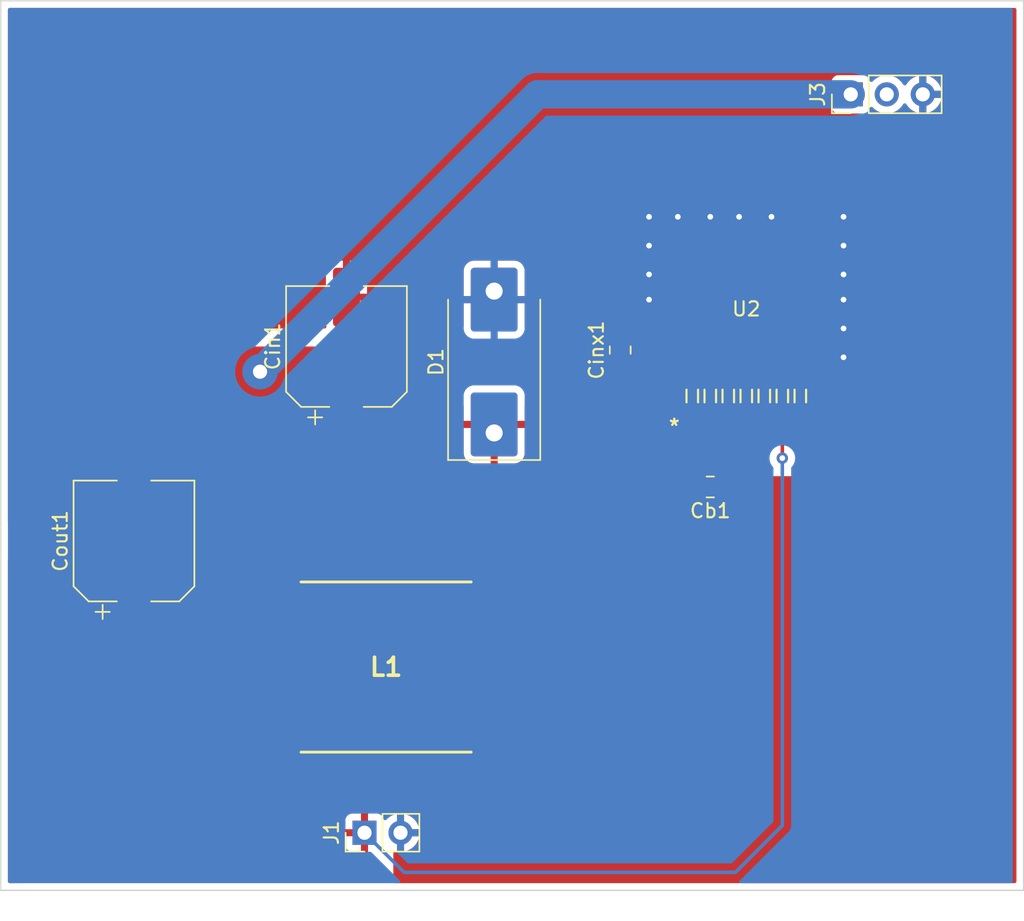
<source format=kicad_pcb>
(kicad_pcb (version 20221018) (generator pcbnew)
  (layers (0 "F.Cu" signal) (31 "B.Cu" signal) (34 "B.Paste" user) (35 "F.Paste" user) (36 "B.SilkS" user "B.Silkscreen") (37 "F.SilkS" user "F.Silkscreen") (38 "B.Mask" user) (39 "F.Mask" user) (44 "Edge.Cuts" user))
  (net 0 "")
  (net 3 "Net-(D1-K)")
  (net 4 "GND")
  (net 5 "Net-(U2-CB)")
  (net 6 "Net-(J1-Pin_1)")
  (net 7 "/Vin")
  (footprint "Diode_SMD:D_SMC-RM10_Universal_Handsoldering" (layer "F.Cu") (at 140.97 100.41 90)
    (fp_text reference "D1" (at 0 -4.1 90) (layer "F.SilkS"))
    (fp_text value "550mV 5A")
    (fp_line (start -6.91 -3.25) (end 4.4 -3.25) (stroke (width 0.12)) (layer "F.SilkS"))
    (fp_line (start -6.91 3.25) (end -6.91 -3.25) (stroke (width 0.12)) (layer "F.SilkS"))
    (fp_line (start -6.91 3.25) (end 4.4 3.25) (stroke (width 0.12)) (layer "F.SilkS"))
    (pad "1" thru_hole roundrect (at -5 0 90) (size 4.5 3.3) (drill 1.2 (offset 0.6 0)) (layers "*.Cu" "*.Mask") (roundrect_rratio 0.0757575758) (net 3 "Net-(D1-K)"))
    (pad "2" thru_hole roundrect (at 5 0 270) (size 4.5 3.3) (drill 1.2 (offset 0.6 0)) (layers "*.Cu" "*.Mask") (roundrect_rratio 0.0757575758) (net 4 "GND"))
  )
  (footprint "Connector_PinHeader_2.54mm:PinHeader_1x03_P2.54mm_Vertical" (layer "F.Cu") (at 166.116 81.534 90)
    (fp_text reference "J3" (at 0 -2.33 90) (layer "F.SilkS"))
    (fp_text value "Conn_01x03_Pin")
    (fp_line (start -1.33 -1.33) (end 0 -1.33) (stroke (width 0.12)) (layer "F.SilkS"))
    (fp_line (start -1.33 0) (end -1.33 -1.33) (stroke (width 0.12)) (layer "F.SilkS"))
    (fp_line (start -1.33 1.27) (end -1.33 6.41) (stroke (width 0.12)) (layer "F.SilkS"))
    (fp_line (start -1.33 1.27) (end 1.33 1.27) (stroke (width 0.12)) (layer "F.SilkS"))
    (fp_line (start -1.33 6.41) (end 1.33 6.41) (stroke (width 0.12)) (layer "F.SilkS"))
    (fp_line (start 1.33 1.27) (end 1.33 6.41) (stroke (width 0.12)) (layer "F.SilkS"))
    (pad "1" thru_hole rect (at 0 0 90) (size 1.7 1.7) (drill 1) (layers "*.Cu" "*.Mask") (net 7 "/Vin"))
    (pad "2" thru_hole oval (at 0 2.54 90) (size 1.7 1.7) (drill 1) (layers "*.Cu" "*.Mask"))
    (pad "3" thru_hole oval (at 0 5.08 90) (size 1.7 1.7) (drill 1) (layers "*.Cu" "*.Mask") (net 4 "GND"))
  )
  (footprint "LIB_MSS1210-103MEB:INDPM120120X1020N" (layer "F.Cu") (at 133.35 121.92 180)
    (fp_text reference "L1" (at 0 0) (layer "F.SilkS") (effects (font (size 1.27 1.27) (thickness 0.254))))
    (fp_text value "10uH" hide)
    (fp_line (start -6 6) (end 6 6) (stroke (width 0.2)) (layer "F.SilkS"))
    (fp_line (start 6 -6) (end -6 -6) (stroke (width 0.2)) (layer "F.SilkS"))
    (pad "1" smd rect (at -4.85 0 180) (size 3.65 5.1) (layers "F.Cu" "F.Paste" "F.Mask") (net 3 "Net-(D1-K)"))
    (pad "2" smd rect (at 4.85 0 180) (size 3.65 5.1) (layers "F.Cu" "F.Paste" "F.Mask") (net 6 "Net-(J1-Pin_1)"))
  )
  (footprint "LM2678-TO263:TS7B" (layer "F.Cu") (at 158.75 96.6724)
    (fp_text reference "U2" (at 0 0 unlocked) (layer "F.SilkS"))
    (fp_text value "LM2678S-12")
    (fp_text user "*" (at -5.08 8.2804 unlocked) (layer "F.SilkS"))
    (fp_text user "*" (at -5.08 8.2804) (layer "F.SilkS"))
    (fp_line (start -4.2164 5.6896) (end -4.2164 6.5786) (stroke (width 0.1524)) (layer "F.SilkS"))
    (fp_line (start -3.4036 5.6896) (end -3.4036 6.5786) (stroke (width 0.1524)) (layer "F.SilkS"))
    (fp_line (start -2.9464 5.6896) (end -2.9464 6.5786) (stroke (width 0.1524)) (layer "F.SilkS"))
    (fp_line (start -2.1336 5.6896) (end -2.1336 6.5786) (stroke (width 0.1524)) (layer "F.SilkS"))
    (fp_line (start -1.6764 5.6896) (end -1.6764 6.5786) (stroke (width 0.1524)) (layer "F.SilkS"))
    (fp_line (start -0.8636 5.6896) (end -0.8636 6.5786) (stroke (width 0.1524)) (layer "F.SilkS"))
    (fp_line (start -0.4064 5.6896) (end -0.4064 6.5786) (stroke (width 0.1524)) (layer "F.SilkS"))
    (fp_line (start 0.4064 5.6896) (end 0.4064 6.5786) (stroke (width 0.1524)) (layer "F.SilkS"))
    (fp_line (start 0.8636 5.6896) (end 0.8636 6.5786) (stroke (width 0.1524)) (layer "F.SilkS"))
    (fp_line (start 1.6764 5.6896) (end 1.6764 6.5786) (stroke (width 0.1524)) (layer "F.SilkS"))
    (fp_line (start 2.1336 5.6896) (end 2.1336 6.5786) (stroke (width 0.1524)) (layer "F.SilkS"))
    (fp_line (start 2.9464 5.6896) (end 2.9464 6.5786) (stroke (width 0.1524)) (layer "F.SilkS"))
    (fp_line (start 3.4036 5.6896) (end 3.4036 6.5786) (stroke (width 0.1524)) (layer "F.SilkS"))
    (fp_line (start 4.2164 5.6896) (end 4.2164 6.5786) (stroke (width 0.1524)) (layer "F.SilkS"))
    (pad "1" smd rect (at -3.81 8.2804) (size 0.8636 2.6924) (layers "F.Cu" "F.Paste" "F.Mask") (net 3 "Net-(D1-K)"))
    (pad "2" smd rect (at -2.54 8.2804) (size 0.8636 2.6924) (layers "F.Cu" "F.Paste" "F.Mask") (net 7 "/Vin"))
    (pad "3" smd rect (at -1.27 8.2804) (size 0.8636 2.6924) (layers "F.Cu" "F.Paste" "F.Mask") (net 5 "Net-(U2-CB)"))
    (pad "4" smd rect (at 0 8.2804) (size 0.8636 2.6924) (layers "F.Cu" "F.Paste" "F.Mask") (net 4 "GND"))
    (pad "5" smd rect (at 1.27 8.2804) (size 0.8636 2.6924) (layers "F.Cu" "F.Paste" "F.Mask"))
    (pad "6" smd rect (at 2.54 8.2804) (size 0.8636 2.6924) (layers "F.Cu" "F.Paste" "F.Mask") (net 6 "Net-(J1-Pin_1)"))
    (pad "7" smd rect (at 3.81 8.2804) (size 0.8636 2.6924) (layers "F.Cu" "F.Paste" "F.Mask"))
    (pad "8" smd rect (at 0 -0.1524) (size 10.414 10.4648) (layers "F.Cu" "F.Paste" "F.Mask") (net 4 "GND"))
  )
  (footprint "Capacitor_SMD:C_0805_2012Metric_Pad1.18x1.45mm_HandSolder" (layer "F.Cu") (at 156.21 109.22 180)
    (fp_text reference "Cb1" (at 0 -1.68) (layer "F.SilkS"))
    (fp_text value "10nF")
    (fp_line (start -0.261252 -0.735) (end 0.261252 -0.735) (stroke (width 0.12)) (layer "F.SilkS"))
    (fp_line (start -0.261252 0.735) (end 0.261252 0.735) (stroke (width 0.12)) (layer "F.SilkS"))
    (pad "1" smd roundrect (at -1.0375 0 180) (size 1.175 1.45) (layers "F.Cu" "F.Paste" "F.Mask") (roundrect_rratio 0.212766) (net 5 "Net-(U2-CB)"))
    (pad "2" smd roundrect (at 1.0375 0 180) (size 1.175 1.45) (layers "F.Cu" "F.Paste" "F.Mask") (roundrect_rratio 0.212766) (net 3 "Net-(D1-K)"))
  )
  (footprint "Capacitor_SMD:CP_Elec_8x6.9" (layer "F.Cu") (at 130.556 99.314 90)
    (fp_text reference "Cin1" (at 0 -5.2 90) (layer "F.SilkS"))
    (fp_text value "180uF")
    (fp_line (start -5.5 -2.21) (end -4.5 -2.21) (stroke (width 0.12)) (layer "F.SilkS"))
    (fp_line (start -5 -2.71) (end -5 -1.71) (stroke (width 0.12)) (layer "F.SilkS"))
    (fp_line (start -4.26 -3.195563) (end -4.26 -1.21) (stroke (width 0.12)) (layer "F.SilkS"))
    (fp_line (start -4.26 -3.195563) (end -3.195563 -4.26) (stroke (width 0.12)) (layer "F.SilkS"))
    (fp_line (start -4.26 3.195563) (end -4.26 1.21) (stroke (width 0.12)) (layer "F.SilkS"))
    (fp_line (start -4.26 3.195563) (end -3.195563 4.26) (stroke (width 0.12)) (layer "F.SilkS"))
    (fp_line (start -3.195563 -4.26) (end 4.26 -4.26) (stroke (width 0.12)) (layer "F.SilkS"))
    (fp_line (start -3.195563 4.26) (end 4.26 4.26) (stroke (width 0.12)) (layer "F.SilkS"))
    (fp_line (start 4.26 -4.26) (end 4.26 -1.21) (stroke (width 0.12)) (layer "F.SilkS"))
    (fp_line (start 4.26 4.26) (end 4.26 1.21) (stroke (width 0.12)) (layer "F.SilkS"))
    (pad "1" smd roundrect (at -3.475 0 90) (size 4.15 1.9) (layers "F.Cu" "F.Paste" "F.Mask") (roundrect_rratio 0.131579) (net 7 "/Vin"))
    (pad "2" smd roundrect (at 3.475 0 90) (size 4.15 1.9) (layers "F.Cu" "F.Paste" "F.Mask") (roundrect_rratio 0.131579) (net 4 "GND"))
  )
  (footprint "Connector_PinHeader_2.54mm:PinHeader_1x02_P2.54mm_Vertical" (layer "F.Cu") (at 131.826 133.604 90)
    (fp_text reference "J1" (at 0 -2.33 90) (layer "F.SilkS"))
    (fp_text value "Conn_01x02_Pin")
    (fp_line (start -1.33 -1.33) (end 0 -1.33) (stroke (width 0.12)) (layer "F.SilkS"))
    (fp_line (start -1.33 0) (end -1.33 -1.33) (stroke (width 0.12)) (layer "F.SilkS"))
    (fp_line (start -1.33 1.27) (end -1.33 3.87) (stroke (width 0.12)) (layer "F.SilkS"))
    (fp_line (start -1.33 1.27) (end 1.33 1.27) (stroke (width 0.12)) (layer "F.SilkS"))
    (fp_line (start -1.33 3.87) (end 1.33 3.87) (stroke (width 0.12)) (layer "F.SilkS"))
    (fp_line (start 1.33 1.27) (end 1.33 3.87) (stroke (width 0.12)) (layer "F.SilkS"))
    (pad "1" thru_hole rect (at 0 0 90) (size 1.7 1.7) (drill 1) (layers "*.Cu" "*.Mask") (net 6 "Net-(J1-Pin_1)"))
    (pad "2" thru_hole oval (at 0 2.54 90) (size 1.7 1.7) (drill 1) (layers "*.Cu" "*.Mask") (net 4 "GND"))
  )
  (footprint "Capacitor_SMD:CP_Elec_8x6.9" (layer "F.Cu") (at 115.57 113.03 90)
    (fp_text reference "Cout1" (at 0 -5.2 90) (layer "F.SilkS"))
    (fp_text value "330uF")
    (fp_line (start -5.5 -2.21) (end -4.5 -2.21) (stroke (width 0.12)) (layer "F.SilkS"))
    (fp_line (start -5 -2.71) (end -5 -1.71) (stroke (width 0.12)) (layer "F.SilkS"))
    (fp_line (start -4.26 -3.195563) (end -4.26 -1.21) (stroke (width 0.12)) (layer "F.SilkS"))
    (fp_line (start -4.26 -3.195563) (end -3.195563 -4.26) (stroke (width 0.12)) (layer "F.SilkS"))
    (fp_line (start -4.26 3.195563) (end -4.26 1.21) (stroke (width 0.12)) (layer "F.SilkS"))
    (fp_line (start -4.26 3.195563) (end -3.195563 4.26) (stroke (width 0.12)) (layer "F.SilkS"))
    (fp_line (start -3.195563 -4.26) (end 4.26 -4.26) (stroke (width 0.12)) (layer "F.SilkS"))
    (fp_line (start -3.195563 4.26) (end 4.26 4.26) (stroke (width 0.12)) (layer "F.SilkS"))
    (fp_line (start 4.26 -4.26) (end 4.26 -1.21) (stroke (width 0.12)) (layer "F.SilkS"))
    (fp_line (start 4.26 4.26) (end 4.26 1.21) (stroke (width 0.12)) (layer "F.SilkS"))
    (pad "1" smd roundrect (at -3.475 0 90) (size 4.15 1.9) (layers "F.Cu" "F.Paste" "F.Mask") (roundrect_rratio 0.131579) (net 6 "Net-(J1-Pin_1)"))
    (pad "2" smd roundrect (at 3.475 0 90) (size 4.15 1.9) (layers "F.Cu" "F.Paste" "F.Mask") (roundrect_rratio 0.131579) (net 4 "GND"))
  )
  (footprint "Capacitor_SMD:C_0805_2012Metric_Pad1.18x1.45mm_HandSolder" (layer "F.Cu") (at 149.86 99.568 90)
    (fp_text reference "Cinx1" (at 0 -1.68 90) (layer "F.SilkS"))
    (fp_text value "100nF")
    (fp_line (start -0.261252 -0.735) (end 0.261252 -0.735) (stroke (width 0.12)) (layer "F.SilkS"))
    (fp_line (start -0.261252 0.735) (end 0.261252 0.735) (stroke (width 0.12)) (layer "F.SilkS"))
    (pad "1" smd roundrect (at -1.0375 0 90) (size 1.175 1.45) (layers "F.Cu" "F.Paste" "F.Mask") (roundrect_rratio 0.212766) (net 7 "/Vin"))
    (pad "2" smd roundrect (at 1.0375 0 90) (size 1.175 1.45) (layers "F.Cu" "F.Paste" "F.Mask") (roundrect_rratio 0.212766) (net 4 "GND"))
  )
  (gr_rect (start 106.172 74.93) (end 178.308 137.668) (stroke (width 0.1)) (fill none) (layer "Edge.Cuts"))
  (segment (start 157.734 95.504) (end 158.75 96.52) (width 0.25) (layer "F.Cu") (net 4))
  (via (at 160.528 90.17) (size 0.8) (drill 0.4) (layers "F.Cu" "B.Cu") (net 4))
  (via (at 156.21 90.17) (size 0.8) (drill 0.4) (layers "F.Cu" "B.Cu") (net 4))
  (via (at 165.608 100.076) (size 0.8) (drill 0.4) (layers "F.Cu" "B.Cu") (net 4))
  (via (at 151.892 96.012) (size 0.8) (drill 0.4) (layers "F.Cu" "B.Cu") (net 4))
  (via (at 165.608 96.012) (size 0.8) (drill 0.4) (layers "F.Cu" "B.Cu") (net 4))
  (via (at 151.892 94.234) (size 0.8) (drill 0.4) (layers "F.Cu" "B.Cu") (net 4))
  (via (at 165.608 92.202) (size 0.8) (drill 0.4) (layers "F.Cu" "B.Cu") (net 4))
  (via (at 153.924 90.17) (size 0.8) (drill 0.4) (layers "F.Cu" "B.Cu") (net 4))
  (via (at 165.608 94.234) (size 0.8) (drill 0.4) (layers "F.Cu" "B.Cu") (net 4))
  (via (at 158.242 90.17) (size 0.8) (drill 0.4) (layers "F.Cu" "B.Cu") (net 4))
  (via (at 165.608 90.17) (size 0.8) (drill 0.4) (layers "F.Cu" "B.Cu") (net 4))
  (via (at 151.892 92.202) (size 0.8) (drill 0.4) (layers "F.Cu" "B.Cu") (net 4))
  (via (at 151.892 90.17) (size 0.8) (drill 0.4) (layers "F.Cu" "B.Cu") (net 4))
  (via (at 165.608 98.044) (size 0.8) (drill 0.4) (layers "F.Cu" "B.Cu") (net 4))
  (segment (start 157.48 108.9875) (end 157.2475 109.22) (width 0.25) (layer "F.Cu") (net 5))
  (segment (start 157.48 104.9528) (end 157.48 108.9875) (width 0.25) (layer "F.Cu") (net 5))
  (segment (start 161.29 104.9528) (end 161.29 107.188) (width 0.25) (layer "F.Cu") (net 6))
  (via (at 161.29 107.188) (size 0.8) (drill 0.4) (layers "F.Cu" "B.Cu") (net 6))
  (segment (start 157.988 136.398) (end 134.62 136.398) (width 0.25) (layer "B.Cu") (net 6))
  (segment (start 161.29 133.096) (end 157.988 136.398) (width 0.25) (layer "B.Cu") (net 6))
  (segment (start 161.29 107.188) (end 161.29 133.096) (width 0.25) (layer "B.Cu") (net 6))
  (segment (start 134.62 136.398) (end 131.826 133.604) (width 0.25) (layer "B.Cu") (net 6))
  (via (at 124.46 101.092) (size 2.5) (drill 1) (layers "F.Cu" "B.Cu") (net 7))
  (segment (start 166.116 81.534) (end 144.018 81.534) (width 2) (layer "B.Cu") (net 7))
  (segment (start 144.018 81.534) (end 124.46 101.092) (width 2) (layer "B.Cu") (net 7))
  (zone (net 7) (net_name "/Vin") (layer "F.Cu") (priority 3) (connect_pads (clearance 0.5)) (min_thickness 0.25) (fill yes (thermal_gap 0.5) (thermal_bridge_width 0.5))
    (polygon (pts (xy 122.682 99.314) (xy 122.682 112.776) (xy 134.112 112.776) (xy 134.112 101.6) (xy 146.304 101.6) (xy 146.304 102.616) (xy 155.956 102.616) (xy 155.956 106.172) (xy 156.464 106.172) (xy 156.464 102.108) (xy 152.654 102.108) (xy 152.654 100.33) (xy 143.51 100.33) (xy 143.51 99.314)))
  )
  (zone (net 3) (net_name "Net-(D1-K)") (layer "F.Cu") (priority 2) (connect_pads (clearance 0.5)) (min_thickness 0.25) (fill yes (thermal_gap 0.5) (thermal_bridge_width 0.5))
    (polygon (pts (xy 155.194 103.378) (xy 135.382 103.378) (xy 135.382 129.032) (xy 155.194 129.032)))
  )
  (zone (net 6) (net_name "Net-(J1-Pin_1)") (layer "F.Cu") (priority 1) (connect_pads (clearance 0.5)) (min_thickness 0.25) (fill yes (thermal_gap 0.5) (thermal_bridge_width 0.5))
    (polygon (pts (xy 106.68 137.16) (xy 106.68 114.3) (xy 131.318 114.3) (xy 131.318 130.302) (xy 132.334 130.302) (xy 132.334 136.906)))
  )
  (zone (net 4) (net_name "GND") (layer "F.Cu") (connect_pads (clearance 0.5)) (min_thickness 0.25) (fill yes (thermal_gap 0.5) (thermal_bridge_width 0.5))
    (polygon (pts (xy 121.412 111.76) (xy 121.412 98.044) (xy 144.78 98.044) (xy 144.78 98.806) (xy 153.416 98.806) (xy 153.416 101.092) (xy 158.496 101.092) (xy 158.496 105.664) (xy 159.258 105.664) (xy 159.258 101.092) (xy 165.354 101.092) (xy 165.354 108.458) (xy 159.258 108.458) (xy 159.258 130.302) (xy 133.858 130.302) (xy 133.858 137.16) (xy 177.8 137.16) (xy 177.8 75.438) (xy 106.68 75.438) (xy 106.68 111.76) (xy 109.22 111.76)))
  )
  (zone (net 4) (net_name "GND") (layer "B.Cu") (name "GND") (priority 4) (connect_pads (clearance 0.5)) (min_thickness 0.25) (fill yes (thermal_gap 0.5) (thermal_bridge_width 0.5))
    (polygon (pts (xy 106.68 75.438) (xy 106.68 137.16) (xy 177.546 137.16) (xy 177.546 75.438)))
  )
)
</source>
